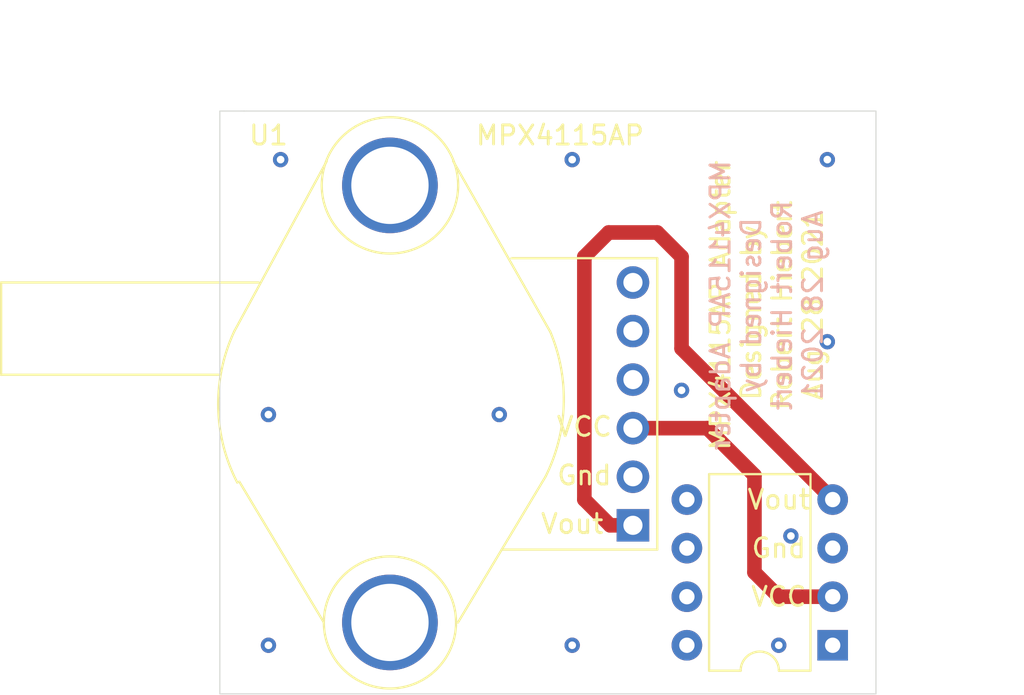
<source format=kicad_pcb>
(kicad_pcb (version 20171130) (host pcbnew "(5.1.6)-1")

  (general
    (thickness 1.6)
    (drawings 15)
    (tracks 24)
    (zones 0)
    (modules 2)
    (nets 11)
  )

  (page A4)
  (layers
    (0 F.Cu signal)
    (31 B.Cu signal)
    (32 B.Adhes user)
    (33 F.Adhes user)
    (34 B.Paste user)
    (35 F.Paste user)
    (36 B.SilkS user)
    (37 F.SilkS user)
    (38 B.Mask user)
    (39 F.Mask user)
    (40 Dwgs.User user)
    (41 Cmts.User user)
    (42 Eco1.User user)
    (43 Eco2.User user)
    (44 Edge.Cuts user)
    (45 Margin user)
    (46 B.CrtYd user)
    (47 F.CrtYd user)
    (48 B.Fab user)
    (49 F.Fab user)
  )

  (setup
    (last_trace_width 0.25)
    (trace_clearance 0.2)
    (zone_clearance 0.508)
    (zone_45_only no)
    (trace_min 0.2)
    (via_size 0.8)
    (via_drill 0.4)
    (via_min_size 0.4)
    (via_min_drill 0.3)
    (uvia_size 0.3)
    (uvia_drill 0.1)
    (uvias_allowed no)
    (uvia_min_size 0.2)
    (uvia_min_drill 0.1)
    (edge_width 0.05)
    (segment_width 0.2)
    (pcb_text_width 0.3)
    (pcb_text_size 1.5 1.5)
    (mod_edge_width 0.12)
    (mod_text_size 1 1)
    (mod_text_width 0.15)
    (pad_size 1.6 1.6)
    (pad_drill 0.8)
    (pad_to_mask_clearance 0.05)
    (aux_axis_origin 0 0)
    (visible_elements 7FFFF7FF)
    (pcbplotparams
      (layerselection 0x010fc_ffffffff)
      (usegerberextensions false)
      (usegerberattributes true)
      (usegerberadvancedattributes true)
      (creategerberjobfile true)
      (excludeedgelayer true)
      (linewidth 0.100000)
      (plotframeref false)
      (viasonmask false)
      (mode 1)
      (useauxorigin false)
      (hpglpennumber 1)
      (hpglpenspeed 20)
      (hpglpendiameter 15.000000)
      (psnegative false)
      (psa4output false)
      (plotreference true)
      (plotvalue true)
      (plotinvisibletext false)
      (padsonsilk false)
      (subtractmaskfromsilk false)
      (outputformat 1)
      (mirror false)
      (drillshape 0)
      (scaleselection 1)
      (outputdirectory ""))
  )

  (net 0 "")
  (net 1 "Net-(U1-Pad6)")
  (net 2 "Net-(U1-Pad5)")
  (net 3 VCC)
  (net 4 GND)
  (net 5 "Net-(U1-Pad1)")
  (net 6 "Net-(U2-Pad8)")
  (net 7 "Net-(U2-Pad7)")
  (net 8 "Net-(U2-Pad6)")
  (net 9 "Net-(U2-Pad5)")
  (net 10 "Net-(U2-Pad1)")

  (net_class Default "This is the default net class."
    (clearance 0.2)
    (trace_width 0.25)
    (via_dia 0.8)
    (via_drill 0.4)
    (uvia_dia 0.3)
    (uvia_drill 0.1)
    (add_net GND)
    (add_net "Net-(U1-Pad1)")
    (add_net "Net-(U1-Pad5)")
    (add_net "Net-(U1-Pad6)")
    (add_net "Net-(U2-Pad1)")
    (add_net "Net-(U2-Pad5)")
    (add_net "Net-(U2-Pad6)")
    (add_net "Net-(U2-Pad7)")
    (add_net "Net-(U2-Pad8)")
    (add_net VCC)
  )

  (module Connector_PinHeader_2.54mm:PinHeader_1x06_P2.54mm_Vertical (layer F.Cu) (tedit 612BE4BB) (tstamp 612C3030)
    (at 149.86 58.4962)
    (descr "Through hole straight pin header, 1x06, 2.54mm pitch, single row")
    (tags "Through hole pin header THT 1x06 2.54mm single row")
    (path /612C882B)
    (fp_text reference U1 (at -19.05 -7.6962) (layer F.SilkS)
      (effects (font (size 1 1) (thickness 0.15)))
    )
    (fp_text value MPX4115AP (at -3.81 -7.6962) (layer F.SilkS)
      (effects (font (size 1 1) (thickness 0.15)))
    )
    (fp_circle (center -12.7 -5.08) (end -9.144 -4.826) (layer F.SilkS) (width 0.12))
    (fp_circle (center -12.7 17.78) (end -9.906 19.812) (layer F.SilkS) (width 0.12))
    (fp_line (start -16.002 -6.35) (end -20.828 2.54) (layer F.SilkS) (width 0.12))
    (fp_line (start -9.144 17.78) (end -4.572 10.16) (layer F.SilkS) (width 0.12))
    (fp_line (start -16.154773 17.78) (end -20.574 10.414) (layer F.SilkS) (width 0.12))
    (fp_line (start -19.558 0) (end -33.02 0) (layer F.SilkS) (width 0.12))
    (fp_line (start -33.02 0) (end -33.02 4.826) (layer F.SilkS) (width 0.12))
    (fp_line (start -4.31967 2.581668) (end -9.398 -6.35) (layer F.SilkS) (width 0.12))
    (fp_line (start -6.35 -1.27) (end 1.27 -1.27) (layer F.SilkS) (width 0.12))
    (fp_line (start 1.27 -1.27) (end 1.27 13.97) (layer F.SilkS) (width 0.12))
    (fp_line (start 1.27 13.97) (end -6.858 13.97) (layer F.SilkS) (width 0.12))
    (fp_line (start -33.02 4.826) (end -21.59 4.826) (layer F.SilkS) (width 0.12))
    (fp_text user %R (at 0 6.35 90) (layer F.Fab)
      (effects (font (size 1 1) (thickness 0.15)))
    )
    (fp_arc (start -12.7 6.096) (end -4.572001 10.159999) (angle -49.31602752) (layer F.SilkS) (width 0.12))
    (fp_arc (start -12.7 6.35) (end -20.827999 2.540001) (angle -52.4144071) (layer F.SilkS) (width 0.12))
    (pad 1 thru_hole rect (at 0 12.7) (size 1.7 1.7) (drill 1) (layers *.Cu *.Mask)
      (net 5 "Net-(U1-Pad1)"))
    (pad 2 thru_hole circle (at 0 10.16) (size 1.7 1.7) (drill 1) (layers *.Cu *.Mask)
      (net 4 GND))
    (pad 3 thru_hole circle (at 0 7.62) (size 1.7 1.7) (drill 1) (layers *.Cu *.Mask)
      (net 3 VCC))
    (pad 4 thru_hole circle (at 0 5.08) (size 1.7 1.7) (drill 1) (layers *.Cu *.Mask))
    (pad 5 thru_hole circle (at 0 2.54) (size 1.7 1.7) (drill 1) (layers *.Cu *.Mask)
      (net 2 "Net-(U1-Pad5)"))
    (pad 6 thru_hole circle (at 0 0) (size 1.7 1.7) (drill 1) (layers *.Cu *.Mask)
      (net 1 "Net-(U1-Pad6)"))
    (pad "" thru_hole circle (at -12.7 -5.08) (size 5 5) (drill 4.04) (layers *.Cu *.Mask))
    (pad "" thru_hole circle (at -12.7 17.78) (size 5 5) (drill 4.04) (layers *.Cu *.Mask))
    (model ${KISYS3DMOD}/Connector_PinHeader_2.54mm.3dshapes/PinHeader_1x06_P2.54mm_Vertical.wrl
      (at (xyz 0 0 0))
      (scale (xyz 1 1 1))
      (rotate (xyz 0 0 0))
    )
  )

  (module Package_DIP:DIP-8_W7.62mm (layer F.Cu) (tedit 612BE88E) (tstamp 612C304C)
    (at 160.2994 77.47 180)
    (descr "8-lead though-hole mounted DIP package, row spacing 7.62 mm (300 mils)")
    (tags "THT DIP DIL PDIP 2.54mm 7.62mm 300mil")
    (path /612D4DC2)
    (fp_text reference U2 (at 11.7094 1.27) (layer F.Fab)
      (effects (font (size 1 1) (thickness 0.15)))
    )
    (fp_text value DIP8 (at 11.7094 0) (layer F.Fab)
      (effects (font (size 1 1) (thickness 0.15)))
    )
    (fp_line (start 8.7 -1.55) (end -1.1 -1.55) (layer F.CrtYd) (width 0.05))
    (fp_line (start 8.7 9.15) (end 8.7 -1.55) (layer F.CrtYd) (width 0.05))
    (fp_line (start -1.1 9.15) (end 8.7 9.15) (layer F.CrtYd) (width 0.05))
    (fp_line (start -1.1 -1.55) (end -1.1 9.15) (layer F.CrtYd) (width 0.05))
    (fp_line (start 6.46 -1.33) (end 4.81 -1.33) (layer F.SilkS) (width 0.12))
    (fp_line (start 6.46 8.95) (end 6.46 -1.33) (layer F.SilkS) (width 0.12))
    (fp_line (start 1.16 8.95) (end 6.46 8.95) (layer F.SilkS) (width 0.12))
    (fp_line (start 1.16 -1.33) (end 1.16 8.95) (layer F.SilkS) (width 0.12))
    (fp_line (start 2.81 -1.33) (end 1.16 -1.33) (layer F.SilkS) (width 0.12))
    (fp_line (start 0.635 -0.27) (end 1.635 -1.27) (layer F.Fab) (width 0.1))
    (fp_line (start 0.635 8.89) (end 0.635 -0.27) (layer F.Fab) (width 0.1))
    (fp_line (start 6.985 8.89) (end 0.635 8.89) (layer F.Fab) (width 0.1))
    (fp_line (start 6.985 -1.27) (end 6.985 8.89) (layer F.Fab) (width 0.1))
    (fp_line (start 1.635 -1.27) (end 6.985 -1.27) (layer F.Fab) (width 0.1))
    (fp_text user %R (at 11.7094 2.54) (layer F.Fab)
      (effects (font (size 1 1) (thickness 0.15)))
    )
    (fp_arc (start 3.81 -1.33) (end 2.81 -1.33) (angle -180) (layer F.SilkS) (width 0.12))
    (pad 8 thru_hole oval (at 7.62 0 180) (size 1.6 1.6) (drill 0.8) (layers *.Cu *.Mask)
      (net 6 "Net-(U2-Pad8)"))
    (pad 4 thru_hole oval (at 0 7.62 180) (size 1.6 1.6) (drill 0.8) (layers *.Cu *.Mask)
      (net 5 "Net-(U1-Pad1)"))
    (pad 7 thru_hole oval (at 7.62 2.54 180) (size 1.6 1.6) (drill 0.8) (layers *.Cu *.Mask)
      (net 7 "Net-(U2-Pad7)"))
    (pad 3 thru_hole oval (at 0 5.08 180) (size 1.6 1.6) (drill 0.8) (layers *.Cu *.Mask)
      (net 4 GND))
    (pad 6 thru_hole oval (at 7.62 5.08 180) (size 1.6 1.6) (drill 0.8) (layers *.Cu *.Mask)
      (net 8 "Net-(U2-Pad6)"))
    (pad 2 thru_hole oval (at 0 2.54 180) (size 1.6 1.6) (drill 0.8) (layers *.Cu *.Mask)
      (net 3 VCC))
    (pad 5 thru_hole oval (at 7.62 7.62 180) (size 1.6 1.6) (drill 0.8) (layers *.Cu *.Mask)
      (net 9 "Net-(U2-Pad5)"))
    (pad 1 thru_hole rect (at 0 0 180) (size 1.6 1.6) (drill 0.8) (layers *.Cu *.Mask)
      (net 10 "Net-(U2-Pad1)"))
    (model ${KISYS3DMOD}/Package_DIP.3dshapes/DIP-8_W7.62mm.wrl
      (at (xyz 0 0 0))
      (scale (xyz 1 1 1))
      (rotate (xyz 0 0 0))
    )
  )

  (dimension 30.48 (width 0.15) (layer Dwgs.User)
    (gr_text "1.2000 in" (at 168.94 64.77 270) (layer Dwgs.User)
      (effects (font (size 1 1) (thickness 0.15)))
    )
    (feature1 (pts (xy 162.56 80.01) (xy 168.226421 80.01)))
    (feature2 (pts (xy 162.56 49.53) (xy 168.226421 49.53)))
    (crossbar (pts (xy 167.64 49.53) (xy 167.64 80.01)))
    (arrow1a (pts (xy 167.64 80.01) (xy 167.053579 78.883496)))
    (arrow1b (pts (xy 167.64 80.01) (xy 168.226421 78.883496)))
    (arrow2a (pts (xy 167.64 49.53) (xy 167.053579 50.656504)))
    (arrow2b (pts (xy 167.64 49.53) (xy 168.226421 50.656504)))
  )
  (dimension 34.29 (width 0.15) (layer Dwgs.User)
    (gr_text "1.3500 in" (at 145.415 44.42) (layer Dwgs.User)
      (effects (font (size 1 1) (thickness 0.15)))
    )
    (feature1 (pts (xy 162.56 49.53) (xy 162.56 45.133579)))
    (feature2 (pts (xy 128.27 49.53) (xy 128.27 45.133579)))
    (crossbar (pts (xy 128.27 45.72) (xy 162.56 45.72)))
    (arrow1a (pts (xy 162.56 45.72) (xy 161.433496 46.306421)))
    (arrow1b (pts (xy 162.56 45.72) (xy 161.433496 45.133579)))
    (arrow2a (pts (xy 128.27 45.72) (xy 129.396504 46.306421)))
    (arrow2b (pts (xy 128.27 45.72) (xy 129.396504 45.133579)))
  )
  (gr_text "MPX4115AP Adapter\nDesigned by\nRobert Hiebert\nAug 28 2021\n" (at 156.845 59.69 90) (layer B.SilkS)
    (effects (font (size 1 1) (thickness 0.15)) (justify mirror))
  )
  (gr_text "MPX4115AP Adapter\nDesigned by \nRobert Hiebert\nAug 28 2021\n" (at 156.845 59.69 90) (layer F.SilkS)
    (effects (font (size 1 1) (thickness 0.15)))
  )
  (gr_text "Vout\n" (at 157.48 69.85) (layer F.SilkS)
    (effects (font (size 1 1) (thickness 0.15)))
  )
  (gr_text Gnd (at 157.48 72.39) (layer F.SilkS)
    (effects (font (size 1 1) (thickness 0.15)))
  )
  (gr_text VCC (at 157.48 74.93) (layer F.SilkS)
    (effects (font (size 1 1) (thickness 0.15)))
  )
  (gr_text VCC (at 147.32 66.04) (layer F.SilkS)
    (effects (font (size 1 1) (thickness 0.15)))
  )
  (gr_text Gnd (at 147.32 68.58) (layer F.SilkS)
    (effects (font (size 1 1) (thickness 0.15)))
  )
  (gr_text Vout (at 146.685 71.12) (layer F.SilkS)
    (effects (font (size 1 1) (thickness 0.15)))
  )
  (gr_line (start 128.27 49.53) (end 129.54 49.53) (layer Edge.Cuts) (width 0.05) (tstamp 612C3F99))
  (gr_line (start 128.27 80.01) (end 128.27 49.53) (layer Edge.Cuts) (width 0.05))
  (gr_line (start 162.56 80.01) (end 128.27 80.01) (layer Edge.Cuts) (width 0.05))
  (gr_line (start 162.56 49.53) (end 162.56 80.01) (layer Edge.Cuts) (width 0.05))
  (gr_line (start 129.54 49.53) (end 162.56 49.53) (layer Edge.Cuts) (width 0.05))

  (segment (start 149.86 66.1162) (end 153.7462 66.1162) (width 0.762) (layer F.Cu) (net 3))
  (segment (start 153.7462 66.1162) (end 156.21 68.58) (width 0.762) (layer F.Cu) (net 3))
  (segment (start 156.21 68.58) (end 156.21 73.66) (width 0.762) (layer F.Cu) (net 3))
  (segment (start 157.48 74.93) (end 160.2994 74.93) (width 0.762) (layer F.Cu) (net 3))
  (segment (start 156.21 73.66) (end 157.48 74.93) (width 0.762) (layer F.Cu) (net 3))
  (via (at 160.02 52.07) (size 0.8) (drill 0.4) (layers F.Cu B.Cu) (net 4))
  (via (at 146.685 52.07) (size 0.8) (drill 0.4) (layers F.Cu B.Cu) (net 4))
  (via (at 131.445 52.07) (size 0.8) (drill 0.4) (layers F.Cu B.Cu) (net 4))
  (via (at 130.81 77.47) (size 0.8) (drill 0.4) (layers F.Cu B.Cu) (net 4))
  (via (at 146.685 77.47) (size 0.8) (drill 0.4) (layers F.Cu B.Cu) (net 4))
  (via (at 157.48 77.47) (size 0.8) (drill 0.4) (layers F.Cu B.Cu) (net 4))
  (via (at 160.02 61.595) (size 0.8) (drill 0.4) (layers F.Cu B.Cu) (net 4))
  (via (at 142.875 65.405) (size 0.8) (drill 0.4) (layers F.Cu B.Cu) (net 4))
  (via (at 130.81 65.405) (size 0.8) (drill 0.4) (layers F.Cu B.Cu) (net 4))
  (via (at 152.4 64.135) (size 0.8) (drill 0.4) (layers F.Cu B.Cu) (net 4))
  (via (at 158.115 71.755) (size 0.8) (drill 0.4) (layers F.Cu B.Cu) (net 4))
  (segment (start 148.6662 71.1962) (end 147.32 69.85) (width 0.762) (layer F.Cu) (net 5))
  (segment (start 147.32 69.85) (end 147.32 57.15) (width 0.762) (layer F.Cu) (net 5))
  (segment (start 147.32 57.15) (end 148.59 55.88) (width 0.762) (layer F.Cu) (net 5))
  (segment (start 148.59 55.88) (end 151.13 55.88) (width 0.762) (layer F.Cu) (net 5))
  (segment (start 151.13 55.88) (end 152.4 57.15) (width 0.762) (layer F.Cu) (net 5))
  (segment (start 152.4 61.9506) (end 160.2994 69.85) (width 0.762) (layer F.Cu) (net 5))
  (segment (start 152.4 57.15) (end 152.4 61.9506) (width 0.762) (layer F.Cu) (net 5))
  (segment (start 148.6662 71.1962) (end 149.86 71.1962) (width 0.762) (layer F.Cu) (net 5))

  (zone (net 4) (net_name GND) (layer B.Cu) (tstamp 612C4E66) (hatch edge 0.508)
    (connect_pads (clearance 0.508))
    (min_thickness 0.254)
    (fill (arc_segments 32) (thermal_gap 0.508) (thermal_bridge_width 0.508))
    (polygon
      (pts
        (xy 162.052 79.248) (xy 129.032 79.248) (xy 129.032 50.292) (xy 162.052 50.292)
      )
    )
  )
  (zone (net 4) (net_name GND) (layer B.Cu) (tstamp 612C4E63) (hatch edge 0.508)
    (connect_pads (clearance 0.508))
    (min_thickness 0.254)
    (fill (arc_segments 32) (thermal_gap 0.508) (thermal_bridge_width 0.508))
    (polygon
      (pts
        (xy 162.052 79.248) (xy 129.032 79.248) (xy 129.032 50.292) (xy 162.052 50.292)
      )
    )
  )
  (zone (net 4) (net_name GND) (layer F.Cu) (tstamp 612C4E60) (hatch edge 0.508)
    (connect_pads (clearance 0.508))
    (min_thickness 0.254)
    (fill (arc_segments 32) (thermal_gap 0.508) (thermal_bridge_width 0.508))
    (polygon
      (pts
        (xy 162.052 79.248) (xy 129.032 79.248) (xy 129.032 50.292) (xy 162.052 50.292)
      )
    )
  )
)

</source>
